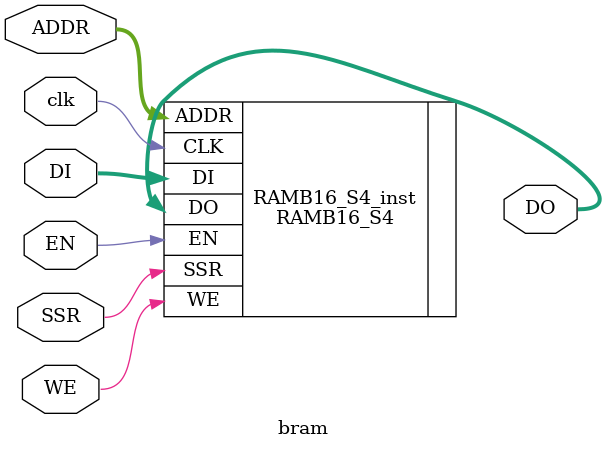
<source format=v>
module bram(clk, DI, ADDR, EN, SSR, WE, DO);

input [11:0] ADDR;
input clk, EN, SSR, WE;
input [3:0] DI;
output [3:0] DO;

// RAMB16_S4: 4kx4 Single-Port RAM
//            Spartan-3E
// Xilinx HDL Language Template, version 14.6

RAMB16_S4 #(
      .INIT(4'h0),                  // Value of output RAM registers at startup
      .SRVAL(4'h0),                 // Output value upon SSR assertion
      .WRITE_MODE("READ_FIRST"),    // WRITE_FIRST, READ_FIRST or NO_CHANGE

      // The forllowing INIT_xx declarations specify the initial contents of the RAM
      // Address 0 to 1023
      .INIT_00(256'h00_00_00_00_00_00_00_00_00_00_00_00_00_00_00_00_50_4F_4E_4D_4C_4B_4A_49_48_47_46_45_44_43_42_41),
      .INIT_01(256'h00_00_00_00_00_00_00_00_7C_6F_6E_6D_6C_6B_6A_69_68_67_66_65_64_63_62_61_00_00_00_00_00_00_00_00),
      .INIT_02(256'h00_00_00_00_00_00_00_00_00_00_00_00_00_00_00_00_00_00_00_00_00_00_00_00_00_00_00_00_00_00_00_00),
      .INIT_03(256'h00_00_00_00_00_00_00_00_00_00_00_00_00_00_00_00_00_00_00_00_00_00_00_00_00_00_00_00_00_00_00_00),
      .INIT_04(256'h00_00_00_00_00_00_00_00_00_00_00_00_00_00_00_00_00_00_00_00_00_00_00_00_00_00_00_00_00_00_00_00),
      .INIT_05(256'h00_00_00_00_00_00_00_00_00_00_00_00_00_00_00_00_00_00_00_00_00_00_00_00_00_00_00_00_00_00_00_00),
      .INIT_06(256'h00_00_00_00_00_00_00_00_00_00_00_00_00_00_00_00_00_00_00_00_00_00_00_00_00_00_00_00_00_00_00_00),
      .INIT_07(256'h00_00_00_00_00_00_00_00_00_00_00_00_00_00_00_00_00_00_00_00_00_00_00_00_00_00_00_00_00_00_00_00),
      .INIT_08(256'h00_00_00_00_00_00_00_00_00_00_00_00_00_00_00_00_00_00_00_00_00_00_00_00_00_00_00_00_00_00_00_00),
      .INIT_09(256'h00_00_00_00_00_00_00_00_00_00_00_00_00_00_00_00_00_00_00_00_00_00_00_00_00_00_00_00_00_00_00_00),
      .INIT_0A(256'h00_00_00_00_00_00_00_00_00_00_00_00_00_00_00_00_00_00_00_00_00_00_00_00_00_00_00_00_00_00_00_00),
      .INIT_0B(256'h00_00_00_00_00_00_00_00_00_00_00_00_00_00_00_00_00_00_00_00_00_00_00_00_00_00_00_00_00_00_00_00),
      .INIT_0C(256'h00_00_00_00_00_00_00_00_00_00_00_00_00_00_00_00_00_00_00_00_00_00_00_00_00_00_00_00_00_00_00_00),
      .INIT_0D(256'h00_00_00_00_00_00_00_00_00_00_00_00_00_00_00_00_00_00_00_00_00_00_00_00_00_00_00_00_00_00_00_00),
      .INIT_0E(256'h00_00_00_00_00_00_00_00_00_00_00_00_00_00_00_00_00_00_00_00_00_00_00_00_00_00_00_00_00_00_00_00),
      .INIT_0F(256'h00_00_00_00_00_00_00_00_00_00_00_00_00_00_00_00_00_00_00_00_00_00_00_00_00_00_00_00_00_00_00_00),
      // Address 1024 to 2047
      .INIT_10(256'h00_00_00_00_00_00_00_00_00_00_00_00_00_00_00_00_00_00_00_00_00_00_00_00_00_00_00_00_00_00_00_00),
      .INIT_11(256'h00_00_00_00_00_00_00_00_00_00_00_00_00_00_00_00_00_00_00_00_00_00_00_00_00_00_00_00_00_00_00_00),
      .INIT_12(256'h00_00_00_00_00_00_00_00_00_00_00_00_00_00_00_00_00_00_00_00_00_00_00_00_00_00_00_00_00_00_00_00),
      .INIT_13(256'h00_00_00_00_00_00_00_00_00_00_00_00_00_00_00_00_00_00_00_00_00_00_00_00_00_00_00_00_00_00_00_00),
      .INIT_14(256'h00_00_00_00_00_00_00_00_00_00_00_00_00_00_00_00_00_00_00_00_00_00_00_00_00_00_00_00_00_00_00_00),
      .INIT_15(256'h00_00_00_00_00_00_00_00_00_00_00_00_00_00_00_00_00_00_00_00_00_00_00_00_00_00_00_00_00_00_00_00),
      .INIT_16(256'h00_00_00_00_00_00_00_00_00_00_00_00_00_00_00_00_00_00_00_00_00_00_00_00_00_00_00_00_00_00_00_00),
      .INIT_17(256'h00_00_00_00_00_00_00_00_00_00_00_00_00_00_00_00_00_00_00_00_00_00_00_00_00_00_00_00_00_00_00_00),
      .INIT_18(256'h00_00_00_00_00_00_00_00_00_00_00_00_00_00_00_00_00_00_00_00_00_00_00_00_00_00_00_00_00_00_00_00),
      .INIT_19(256'h00_00_00_00_00_00_00_00_00_00_00_00_00_00_00_00_00_00_00_00_00_00_00_00_00_00_00_00_00_00_00_00),
      .INIT_1A(256'h00_00_00_00_00_00_00_00_00_00_00_00_00_00_00_00_00_00_00_00_00_00_00_00_00_00_00_00_00_00_00_00),
      .INIT_1B(256'h00_00_00_00_00_00_00_00_00_00_00_00_00_00_00_00_00_00_00_00_00_00_00_00_00_00_00_00_00_00_00_00),
      .INIT_1C(256'h00_00_00_00_00_00_00_00_00_00_00_00_00_00_00_00_00_00_00_00_00_00_00_00_00_00_00_00_00_00_00_00),
      .INIT_1D(256'h00_00_00_00_00_00_00_00_00_00_00_00_00_00_00_00_00_00_00_00_00_00_00_00_00_00_00_00_00_00_00_00),
      .INIT_1E(256'h00_00_00_00_00_00_00_00_00_00_00_00_00_00_00_00_00_00_00_00_00_00_00_00_00_00_00_00_00_00_00_00),
      .INIT_1F(256'h00_00_00_00_00_00_00_00_00_00_00_00_00_00_00_00_00_00_00_00_00_00_00_00_00_00_00_00_00_00_00_00),
      // Address 2048 to 3071
      .INIT_20(256'h00_00_00_00_00_00_00_00_00_00_00_00_00_00_00_00_00_00_00_00_00_00_00_00_00_00_00_00_00_00_00_00),
      .INIT_21(256'h00_00_00_00_00_00_00_00_00_00_00_00_00_00_00_00_00_00_00_00_00_00_00_00_00_00_00_00_00_00_00_00),
      .INIT_22(256'h00_00_00_00_00_00_00_00_00_00_00_00_00_00_00_00_00_00_00_00_00_00_00_00_00_00_00_00_00_00_00_00),
      .INIT_23(256'h00_00_00_00_00_00_00_00_00_00_00_00_00_00_00_00_00_00_00_00_00_00_00_00_00_00_00_00_00_00_00_00),
      .INIT_24(256'h00_00_00_00_00_00_00_00_00_00_00_00_00_00_00_00_00_00_00_00_00_00_00_00_00_00_00_00_00_00_00_00),
      .INIT_25(256'h00_00_00_00_00_00_00_00_00_00_00_00_00_00_00_00_00_00_00_00_00_00_00_00_00_00_00_00_00_00_00_00),
      .INIT_26(256'h00_00_00_00_00_00_00_00_00_00_00_00_00_00_00_00_00_00_00_00_00_00_00_00_00_00_00_00_00_00_00_00),
      .INIT_27(256'h00_00_00_00_00_00_00_00_00_00_00_00_00_00_00_00_00_00_00_00_00_00_00_00_00_00_00_00_00_00_00_00),
      .INIT_28(256'h00_00_00_00_00_00_00_00_00_00_00_00_00_00_00_00_00_00_00_00_00_00_00_00_00_00_00_00_00_00_00_00),
      .INIT_29(256'h00_00_00_00_00_00_00_00_00_00_00_00_00_00_00_00_00_00_00_00_00_00_00_00_00_00_00_00_00_00_00_00),
      .INIT_2A(256'h00_00_00_00_00_00_00_00_00_00_00_00_00_00_00_00_00_00_00_00_00_00_00_00_00_00_00_00_00_00_00_00),
      .INIT_2B(256'h00_00_00_00_00_00_00_00_00_00_00_00_00_00_00_00_00_00_00_00_00_00_00_00_00_00_00_00_00_00_00_00),
      .INIT_2C(256'h00_00_00_00_00_00_00_00_00_00_00_00_00_00_00_00_00_00_00_00_00_00_00_00_00_00_00_00_00_00_00_00),
      .INIT_2D(256'h00_00_00_00_00_00_00_00_00_00_00_00_00_00_00_00_00_00_00_00_00_00_00_00_00_00_00_00_00_00_00_00),
      .INIT_2E(256'h00_00_00_00_00_00_00_00_00_00_00_00_00_00_00_00_00_00_00_00_00_00_00_00_00_00_00_00_00_00_00_00),
      .INIT_2F(256'h00_00_00_00_00_00_00_00_00_00_00_00_00_00_00_00_00_00_00_00_00_00_00_00_00_00_00_00_00_00_00_00),
      // Address 3072 to 4095
      .INIT_30(256'h00_00_00_00_00_00_00_00_00_00_00_00_00_00_00_00_00_00_00_00_00_00_00_00_00_00_00_00_00_00_00_00),
      .INIT_31(256'h00_00_00_00_00_00_00_00_00_00_00_00_00_00_00_00_00_00_00_00_00_00_00_00_00_00_00_00_00_00_00_00),
      .INIT_32(256'h00_00_00_00_00_00_00_00_00_00_00_00_00_00_00_00_00_00_00_00_00_00_00_00_00_00_00_00_00_00_00_00),
      .INIT_33(256'h00_00_00_00_00_00_00_00_00_00_00_00_00_00_00_00_00_00_00_00_00_00_00_00_00_00_00_00_00_00_00_00),
      .INIT_34(256'h00_00_00_00_00_00_00_00_00_00_00_00_00_00_00_00_00_00_00_00_00_00_00_00_00_00_00_00_00_00_00_00),
      .INIT_35(256'h00_00_00_00_00_00_00_00_00_00_00_00_00_00_00_00_00_00_00_00_00_00_00_00_00_00_00_00_00_00_00_00),
      .INIT_36(256'h00_00_00_00_00_00_00_00_00_00_00_00_00_00_00_00_00_00_00_00_00_00_00_00_00_00_00_00_00_00_00_00),
      .INIT_37(256'h00_00_00_00_00_00_00_00_00_00_00_00_00_00_00_00_00_00_00_00_00_00_00_00_00_00_00_00_00_00_00_00),
      .INIT_38(256'h00_00_00_00_00_00_00_00_00_00_00_00_00_00_00_00_00_00_00_00_00_00_00_00_00_00_00_00_00_00_00_00),
      .INIT_39(256'h00_00_00_00_00_00_00_00_00_00_00_00_00_00_00_00_00_00_00_00_00_00_00_00_00_00_00_00_00_00_00_00),
      .INIT_3A(256'h00_00_00_00_00_00_00_00_00_00_00_00_00_00_00_00_00_00_00_00_00_00_00_00_00_00_00_00_00_00_00_00),
      .INIT_3B(256'h00_00_00_00_00_00_00_00_00_00_00_00_00_00_00_00_00_00_00_00_00_00_00_00_00_00_00_00_00_00_00_00),
      .INIT_3C(256'h00_00_00_00_00_00_00_00_00_00_00_00_00_00_00_00_00_00_00_00_00_00_00_00_00_00_00_00_00_00_00_00),
      .INIT_3D(256'h00_00_00_00_00_00_00_00_00_00_00_00_00_00_00_00_00_00_00_00_00_00_00_00_00_00_00_00_00_00_00_00),
      .INIT_3E(256'h00_00_00_00_00_00_00_00_00_00_00_00_00_00_00_00_00_00_00_00_00_00_00_00_00_00_00_00_00_00_00_00),
      .INIT_3F(256'h00_00_00_00_00_00_00_00_00_00_00_00_00_00_00_00_00_00_00_00_00_00_00_00_00_00_00_00_00_00_00_00)
) RAMB16_S4_inst (
      .DO(DO),      // 4-bit Data Output
      .ADDR(ADDR),  // 12-bit Address Input
      .CLK(clk),    // Clock
      .DI(DI),      // 4-bit Data Input
      .EN(EN),      // RAM Enable Input
      .SSR(SSR),    // Synchronous Set/Reset Input
      .WE(WE)       // Write Enable Input
);

endmodule

</source>
